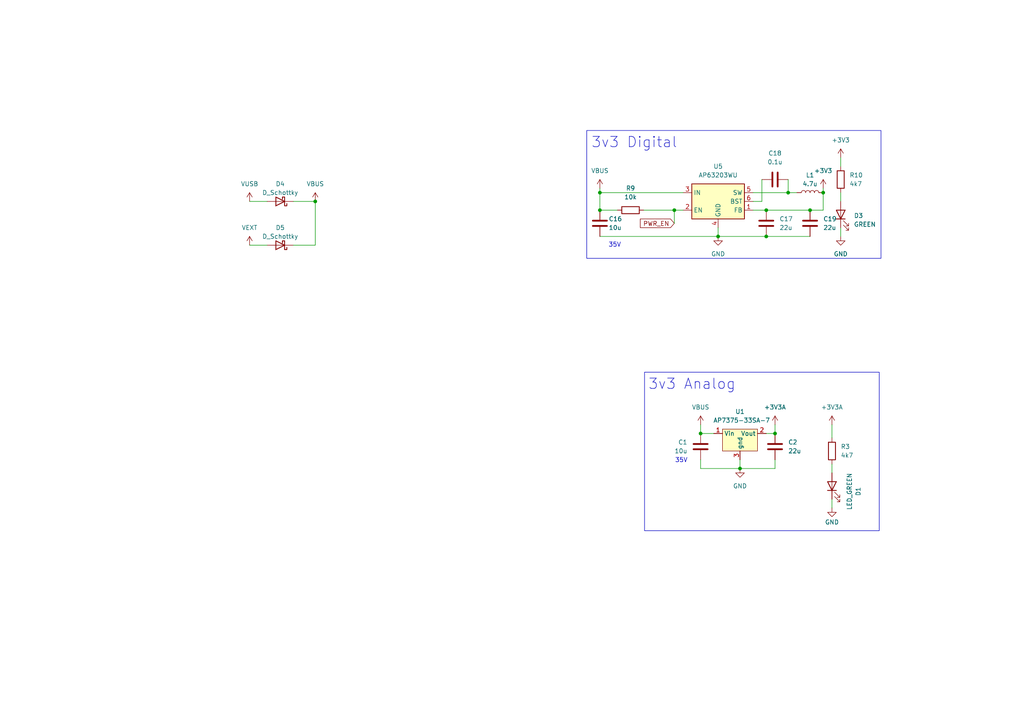
<source format=kicad_sch>
(kicad_sch (version 20231120) (generator "eeschema") (generator_version "8.0")
  (paper "A4")
  (lib_symbols
    (symbol "BreadboardBuddy:AP7375_3.3v_linear_regulator"
      (property "Reference" "U" (at -0.254 3.556 0))
      (property "Value" " AP7375-33SA-7" (at 10.922 3.81 0))
      (symbol "AP7375_3.3v_linear_regulator_1_1"
        (rectangle (start -5.08 1.27) (end 5.08 -5.08) (fill (type background)))
        (pin power_in line (at -7.62 0 0) (length 2.54) (name "Vin") (number "1"))
        (pin power_out line (at 7.62 0 180) (length 2.54) (name "Vout") (number "2"))
        (pin power_in line (at 0 -7.62 90) (length 2.54) (name "gnd") (number "3"))
      )
    )
    (symbol "Device:C" (pin_numbers hide) (pin_names (offset 0.254))
      (property "Reference" "C" (at 0.635 2.54 0))
      (property "Value" "C" (at 0.635 -2.54 0))
      (symbol "C_0_1"
        (polyline (pts (xy -2.032 -0.762) (xy 2.032 -0.762)) (stroke (width 0.508)))
        (polyline (pts (xy -2.032 0.762) (xy 2.032 0.762)) (stroke (width 0.508)))
      )
      (symbol "C_1_1"
        (pin passive line (at 0 3.81 270) (length 2.794) (name "~") (number "1"))
        (pin passive line (at 0 -3.81 90) (length 2.794) (name "~") (number "2"))
      )
    )
    (symbol "Device:D_Schottky" (pin_numbers hide) (pin_names (offset 1.016) hide)
      (property "Reference" "D" (at 0 2.54 0))
      (property "Value" "D_Schottky" (at 0 -2.54 0))
      (symbol "D_Schottky_0_1"
        (polyline (pts (xy 1.27 0) (xy -1.27 0)))
        (polyline (pts (xy 1.27 1.27) (xy 1.27 -1.27) (xy -1.27 0) (xy 1.27 1.27)) (stroke (width 0.254)))
        (polyline (pts (xy -1.905 0.635) (xy -1.905 1.27) (xy -1.27 1.27) (xy -1.27 -1.27) (xy -0.635 -1.27) (xy -0.635 -0.635)) (stroke (width 0.254)))
      )
      (symbol "D_Schottky_1_1"
        (pin passive line (at -3.81 0 0) (length 2.54) (name "K") (number "1"))
        (pin passive line (at 3.81 0 180) (length 2.54) (name "A") (number "2"))
      )
    )
    (symbol "Device:L" (pin_numbers hide) (pin_names (offset 1.016) hide)
      (property "Reference" "L" (at -1.27 0 90))
      (property "Value" "L" (at 1.905 0 90))
      (symbol "L_0_1"
        (arc (start 0 -2.54) (mid 0.6323 -1.905) (end 0 -1.27))
        (arc (start 0 -1.27) (mid 0.6323 -0.635) (end 0 0))
        (arc (start 0 0) (mid 0.6323 0.635) (end 0 1.27))
        (arc (start 0 1.27) (mid 0.6323 1.905) (end 0 2.54))
      )
      (symbol "L_1_1"
        (pin passive line (at 0 3.81 270) (length 1.27) (name "1") (number "1"))
        (pin passive line (at 0 -3.81 90) (length 1.27) (name "2") (number "2"))
      )
    )
    (symbol "Device:LED" (pin_numbers hide) (pin_names (offset 1.016) hide)
      (property "Reference" "D" (at 0 2.54 0))
      (property "Value" "LED" (at 0 -2.54 0))
      (symbol "LED_0_1"
        (polyline (pts (xy -1.27 -1.27) (xy -1.27 1.27)) (stroke (width 0.254)))
        (polyline (pts (xy -1.27 0) (xy 1.27 0)))
        (polyline (pts (xy 1.27 -1.27) (xy 1.27 1.27) (xy -1.27 0) (xy 1.27 -1.27)) (stroke (width 0.254)))
        (polyline (pts (xy -3.048 -0.762) (xy -4.572 -2.286) (xy -3.81 -2.286) (xy -4.572 -2.286) (xy -4.572 -1.524)))
        (polyline (pts (xy -1.778 -0.762) (xy -3.302 -2.286) (xy -2.54 -2.286) (xy -3.302 -2.286) (xy -3.302 -1.524)))
      )
      (symbol "LED_1_1"
        (pin passive line (at -3.81 0 0) (length 2.54) (name "K") (number "1"))
        (pin passive line (at 3.81 0 180) (length 2.54) (name "A") (number "2"))
      )
    )
    (symbol "Device:R" (pin_numbers hide) (pin_names (offset 0))
      (property "Reference" "R" (at 2.032 0 90))
      (property "Value" "R" (at 0 0 90))
      (symbol "R_0_1"
        (rectangle (start -1.016 -2.54) (end 1.016 2.54) (stroke (width 0.254)))
      )
      (symbol "R_1_1"
        (pin passive line (at 0 3.81 270) (length 1.27) (name "~") (number "1"))
        (pin passive line (at 0 -3.81 90) (length 1.27) (name "~") (number "2"))
      )
    )
    (symbol "Regulator_Switching:AP63203WU"
      (property "Reference" "U2" (at 0 10.16 0))
      (property "Value" "AP63203WU" (at 0 7.62 0))
      (symbol "AP63203WU_0_1"
        (rectangle (start -7.62 5.08) (end 7.62 -5.08) (stroke (width 0.254)) (fill (type background)))
      )
      (symbol "AP63203WU_1_1"
        (pin input line (at 10.16 -2.54 180) (length 2.54) (name "FB") (number "1"))
        (pin input line (at -10.16 -2.54 0) (length 2.54) (name "EN") (number "2"))
        (pin power_in line (at -10.16 2.54 0) (length 2.54) (name "IN") (number "3"))
        (pin power_in line (at 0 -7.62 90) (length 2.54) (name "GND") (number "4"))
        (pin power_out line (at 10.16 2.54 180) (length 2.54) (name "SW") (number "5"))
        (pin passive line (at 10.16 0 180) (length 2.54) (name "BST") (number "6"))
      )
    )
    (symbol "power:+3V3" (power) (pin_names (offset 0))
      (property "Value" "+3V3" (at 0 3.556 0))
      (symbol "+3V3_0_1"
        (polyline (pts (xy -0.762 1.27) (xy 0 2.54)))
        (polyline (pts (xy 0 0) (xy 0 2.54)))
        (polyline (pts (xy 0 2.54) (xy 0.762 1.27)))
      )
      (symbol "+3V3_1_1"
        (pin power_in line (at 0 0 90) (length 0) hide (name "+3V3") (number "1"))
      )
    )
    (symbol "power:GND" (power) (pin_names (offset 0))
      (property "Value" "GND" (at 0 -3.81 0))
      (symbol "GND_0_1"
        (polyline (pts (xy 0 0) (xy 0 -1.27) (xy 1.27 -1.27) (xy 0 -2.54) (xy -1.27 -1.27) (xy 0 -1.27)))
      )
      (symbol "GND_1_1"
        (pin power_in line (at 0 0 270) (length 0) hide (name "GND") (number "1"))
      )
    )
    (symbol "power:VBUS" (power) (pin_names (offset 0))
      (property "Value" "VBUS" (at 0 3.81 0))
      (symbol "VBUS_0_1"
        (polyline (pts (xy -0.762 1.27) (xy 0 2.54)))
        (polyline (pts (xy 0 0) (xy 0 2.54)))
        (polyline (pts (xy 0 2.54) (xy 0.762 1.27)))
      )
      (symbol "VBUS_1_1"
        (pin power_in line (at 0 0 90) (length 0) hide (name "VBUS") (number "1"))
      )
    )
  )
  (junction (at 228.6 55.88))
  (junction (at 224.79 125.73))
  (junction (at 195.58 60.96))
  (junction (at 208.28 68.58))
  (junction (at 234.95 60.96))
  (junction (at 214.63 135.89))
  (junction (at 203.2 125.73))
  (junction (at 91.44 58.42))
  (junction (at 173.99 60.96))
  (junction (at 173.99 55.88))
  (junction (at 238.76 55.88))
  (junction (at 222.25 60.96))
  (junction (at 222.25 68.58))
  (wire (pts (xy 243.84 66.04) (xy 243.84 68.58)))
  (wire (pts (xy 173.99 60.96) (xy 179.07 60.96)))
  (wire (pts (xy 218.44 60.96) (xy 222.25 60.96)))
  (wire (pts (xy 72.39 58.42) (xy 77.47 58.42)))
  (wire (pts (xy 228.6 55.88) (xy 231.14 55.88)))
  (wire (pts (xy 91.44 58.42) (xy 91.44 71.12)))
  (wire (pts (xy 222.25 68.58) (xy 234.95 68.58)))
  (wire (pts (xy 195.58 60.96) (xy 195.58 64.77)))
  (wire (pts (xy 173.99 55.88) (xy 198.12 55.88)))
  (wire (pts (xy 218.44 58.42) (xy 220.98 58.42)))
  (wire (pts (xy 224.79 123.19) (xy 224.79 125.73)))
  (wire (pts (xy 203.2 125.73) (xy 207.01 125.73)))
  (wire (pts (xy 243.84 45.72) (xy 243.84 48.26)))
  (wire (pts (xy 224.79 133.35) (xy 224.79 135.89)))
  (wire (pts (xy 214.63 133.35) (xy 214.63 135.89)))
  (wire (pts (xy 224.79 135.89) (xy 214.63 135.89)))
  (wire (pts (xy 173.99 54.61) (xy 173.99 55.88)))
  (wire (pts (xy 228.6 52.07) (xy 228.6 55.88)))
  (wire (pts (xy 85.09 58.42) (xy 91.44 58.42)))
  (wire (pts (xy 85.09 71.12) (xy 91.44 71.12)))
  (wire (pts (xy 208.28 68.58) (xy 222.25 68.58)))
  (wire (pts (xy 220.98 58.42) (xy 220.98 52.07)))
  (wire (pts (xy 195.58 60.96) (xy 198.12 60.96)))
  (wire (pts (xy 214.63 135.89) (xy 203.2 135.89)))
  (wire (pts (xy 241.3 144.78) (xy 241.3 147.32)))
  (wire (pts (xy 208.28 66.04) (xy 208.28 68.58)))
  (wire (pts (xy 173.99 68.58) (xy 208.28 68.58)))
  (wire (pts (xy 203.2 135.89) (xy 203.2 133.35)))
  (wire (pts (xy 241.3 123.19) (xy 241.3 127)))
  (wire (pts (xy 224.79 125.73) (xy 222.25 125.73)))
  (wire (pts (xy 238.76 60.96) (xy 238.76 55.88)))
  (wire (pts (xy 222.25 60.96) (xy 234.95 60.96)))
  (wire (pts (xy 203.2 123.19) (xy 203.2 125.73)))
  (wire (pts (xy 241.3 134.62) (xy 241.3 137.16)))
  (wire (pts (xy 173.99 55.88) (xy 173.99 60.96)))
  (wire (pts (xy 72.39 71.12) (xy 77.47 71.12)))
  (wire (pts (xy 234.95 60.96) (xy 238.76 60.96)))
  (wire (pts (xy 186.69 60.96) (xy 195.58 60.96)))
  (wire (pts (xy 243.84 55.88) (xy 243.84 58.42)))
  (wire (pts (xy 238.76 54.61) (xy 238.76 55.88)))
  (wire (pts (xy 218.44 55.88) (xy 228.6 55.88)))
  (rectangle (start 186.944 107.95) (end 255.016 153.924))
  (rectangle (start 170.18 37.846) (end 255.524 74.93))
  (text "35V" (at 178.308 71.12 0) (effects (font (size 1.27 1.27))))
  (text "3v3 Analog" (at 187.96 113.284 0) (effects (font (size 3 3)) (justify left bottom)))
  (text "35V" (at 197.612 133.604 0) (effects (font (size 1.27 1.27))))
  (text "3v3 Digital" (at 171.45 43.18 0) (effects (font (size 3 3)) (justify left bottom)))
  (global_label "PWR_EN" (shape input) (at 195.58 64.77 180) (property "Intersheetrefs" "${INTERSHEET_REFS}" (effects (hide yes))))
  (symbol (lib_id "Device:D_Schottky") (at 81.28 71.12 180) (unit 1)
    (property "Reference" "D5" (at 81.28 66.04 0))
    (property "Value" "D_Schottky" (at 81.28 68.58 0))
    (property "Footprint" "Diode_SMD:D_1206_3216Metric" (effects (hide yes)))
    (property "Datasheet" "https://datasheets.kyocera-avx.com/schottky.pdf" (effects (hide yes)))
    (property "DPN" "478-7806-1-ND" (effects (hide yes)))
    (property "MPN" "SD1206S040S2R0" (effects (hide yes)))
  )
  (symbol (lib_id "Device:C") (at 224.79 52.07 90) (unit 1)
    (property "Reference" "C18" (at 224.79 44.45 90))
    (property "Value" "0.1u" (at 224.79 46.99 90))
    (property "Footprint" "Capacitor_SMD:C_0603_1608Metric" (effects (hide yes)))
    (property "DPN" "1276-1935-1-ND" (effects (hide yes)))
    (property "MPN" "CL10B104KB8NNWC" (effects (hide yes)))
  )
  (symbol (lib_id "power:VBUS") (at 72.39 71.12 0) (unit 1)
    (property "Reference" "#PWR038" (effects (hide yes)))
    (property "Value" "VEXT" (at 72.39 66.04 0))
    (property "Description" "Power symbol creates a global label with name \"VBUS\"" (effects (hide yes)))
  )
  (symbol (lib_id "power:+3V3") (at 224.79 123.19 0) (unit 1)
    (property "Reference" "#PWR03" (effects (hide yes)))
    (property "Value" "+3V3A" (at 224.79 118.11 0))
  )
  (symbol (lib_id "power:GND") (at 208.28 68.58 0) (unit 1)
    (property "Reference" "#PWR025" (effects (hide yes)))
    (property "Value" "GND" (at 208.28 73.66 0))
  )
  (symbol (lib_id "power:GND") (at 241.3 147.32 0) (unit 1)
    (property "Reference" "#PWR06" (effects (hide yes)))
    (property "Value" "GND" (at 241.3 151.4531 0))
  )
  (symbol (lib_id "power:VBUS") (at 173.99 54.61 0) (unit 1)
    (property "Reference" "#PWR039" (effects (hide yes)))
    (property "Value" "VBUS" (at 173.99 49.53 0))
    (property "Description" "Power symbol creates a global label with name \"VBUS\"" (effects (hide yes)))
  )
  (symbol (lib_id "Device:C") (at 224.79 129.54 0) (unit 1)
    (property "Reference" "C2" (at 228.6 128.27 0) (effects (justify left)))
    (property "Value" "22u" (at 228.6 130.81 0) (effects (justify left)))
    (property "Footprint" "Capacitor_SMD:C_0603_1608Metric" (effects (hide yes)))
    (property "DPN" "CL10A226MP8NUNE" (effects (hide yes)))
    (property "MPN" "1276-1274-1-ND" (effects (hide yes)))
  )
  (symbol (lib_id "Regulator_Switching:AP63203WU") (at 208.28 58.42 0) (unit 1)
    (property "Reference" "U5" (at 208.28 48.26 0))
    (property "Value" "AP63203WU" (at 208.28 50.8 0))
    (property "Footprint" "Package_TO_SOT_SMD:TSOT-23-6" (effects (hide yes)))
    (property "Datasheet" "https://www.diodes.com/assets/Datasheets/AP63200-AP63201-AP63203-AP63205.pdf" (effects (hide yes)))
    (property "DPN" "AP63203WU-7DICT-ND" (effects (hide yes)))
    (property "MPN" "AP63203WU-7" (effects (hide yes)))
  )
  (symbol (lib_id "Device:R") (at 182.88 60.96 90) (unit 1)
    (property "Reference" "R9" (at 182.88 54.61 90))
    (property "Value" "10k" (at 182.88 57.15 90))
    (property "Footprint" "Resistor_SMD:R_0603_1608Metric" (effects (hide yes)))
    (property "DPN" "RMCF0603FT10K0CT-ND" (effects (hide yes)))
    (property "MPN" "RMCF0603FT10K0" (effects (hide yes)))
  )
  (symbol (lib_id "Device:R") (at 241.3 130.81 0) (unit 1)
    (property "Reference" "R3" (at 243.84 129.5399 0) (effects (justify left)))
    (property "Value" "4k7" (at 243.84 132.0799 0) (effects (justify left)))
    (property "Footprint" "Resistor_SMD:R_0603_1608Metric" (effects (hide yes)))
    (property "DPN" "RMCF0603FT470RCT-ND" (effects (hide yes)))
    (property "MPN" "RMCF0603FT470R" (effects (hide yes)))
  )
  (symbol (lib_id "Device:L") (at 234.95 55.88 90) (unit 1)
    (property "Reference" "L1" (at 234.95 50.8 90))
    (property "Value" "4.7u" (at 234.95 53.34 90))
    (property "Footprint" "Inductor_SMD:L_1210_3225Metric" (effects (hide yes)))
    (property "DPN" "118-SRP3212A-4R7MCT-ND" (effects (hide yes)))
    (property "MPN" "IND METAL POWDER 4.7UH 2.2A" (effects (hide yes)))
  )
  (symbol (lib_id "Device:R") (at 243.84 52.07 0) (unit 1)
    (property "Reference" "R10" (at 246.38 50.7999 0) (effects (justify left)))
    (property "Value" "4k7" (at 246.38 53.3399 0) (effects (justify left)))
    (property "Footprint" "Resistor_SMD:R_0603_1608Metric" (effects (hide yes)))
    (property "DPN" "RMCF0603FT5K10CT-ND" (effects (hide yes)))
    (property "MPN" "RMCF0603FT5K10" (effects (hide yes)))
  )
  (symbol (lib_id "BreadboardBuddy:AP7375_3.3v_linear_regulator") (at 214.63 125.73 0) (unit 1)
    (property "Reference" "U1" (at 214.63 119.38 0))
    (property "Value" " AP7375-33SA-7" (at 214.63 121.92 0))
    (property "Footprint" "Package_TO_SOT_SMD:SOT-23" (effects (hide yes)))
    (property "Datasheet" "https://www.diodes.com/assets/Datasheets/AP7375.pdf" (effects (hide yes)))
    (property "Description" "IC REG LIN 3.3V 300MA SOT23-3" (effects (hide yes)))
  )
  (symbol (lib_id "power:GND") (at 243.84 68.58 0) (unit 1)
    (property "Reference" "#PWR028" (effects (hide yes)))
    (property "Value" "GND" (at 243.84 73.66 0))
  )
  (symbol (lib_id "power:+3V3") (at 238.76 54.61 0) (unit 1)
    (property "Reference" "#PWR026" (effects (hide yes)))
    (property "Value" "+3V3" (at 238.76 49.53 0))
  )
  (symbol (lib_id "power:VBUS") (at 91.44 58.42 0) (unit 1)
    (property "Reference" "#PWR036" (effects (hide yes)))
    (property "Value" "VBUS" (at 91.44 53.34 0))
    (property "Description" "Power symbol creates a global label with name \"VBUS\"" (effects (hide yes)))
  )
  (symbol (lib_id "power:VBUS") (at 203.2 123.19 0) (unit 1)
    (property "Reference" "#PWR040" (effects (hide yes)))
    (property "Value" "VBUS" (at 203.2 118.11 0))
    (property "Description" "Power symbol creates a global label with name \"VBUS\"" (effects (hide yes)))
  )
  (symbol (lib_id "power:+3V3") (at 241.3 123.19 0) (unit 1)
    (property "Reference" "#PWR05" (effects (hide yes)))
    (property "Value" "+3V3A" (at 241.3 118.11 0))
  )
  (symbol (lib_id "Device:C") (at 203.2 129.54 0) (mirror y) (unit 1)
    (property "Reference" "C1" (at 199.39 128.27 0) (effects (justify left)))
    (property "Value" "10u" (at 199.39 130.81 0) (effects (justify left)))
    (property "Footprint" "Capacitor_SMD:C_0603_1608Metric" (effects (hide yes)))
    (property "DPN" "GMC10X5R106M10NT" (effects (hide yes)))
    (property "MPN" "4713-GMC10X5R106M10NTCT-ND" (effects (hide yes)))
  )
  (symbol (lib_id "Device:LED") (at 241.3 140.97 90) (unit 1)
    (property "Reference" "D1" (at 248.92 142.5575 0))
    (property "Value" "LED_GREEN" (at 246.38 142.5575 0))
    (property "Footprint" "LED_SMD:LED_0603_1608Metric" (effects (hide yes)))
    (property "DPN" "3147-B1911PG--20D000514U1930CT-ND" (effects (hide yes)))
    (property "MPN" "B1911PG--20D000514U1930" (effects (hide yes)))
  )
  (symbol (lib_id "Device:C") (at 234.95 64.77 0) (unit 1)
    (property "Reference" "C19" (at 238.76 63.5 0) (effects (justify left)))
    (property "Value" "22u" (at 238.76 66.04 0) (effects (justify left)))
    (property "Footprint" "Capacitor_SMD:C_0603_1608Metric" (effects (hide yes)))
    (property "DPN" "1276-1274-1-ND" (effects (hide yes)))
    (property "MPN" "CL10A226MP8NUNE" (effects (hide yes)))
  )
  (symbol (lib_id "Device:LED") (at 243.84 62.23 90) (unit 1)
    (property "Reference" "D3" (at 247.65 62.5474 90) (effects (justify right)))
    (property "Value" "GREEN" (at 247.65 65.0874 90) (effects (justify right)))
    (property "Footprint" "LED_SMD:LED_0603_1608Metric" (effects (hide yes)))
    (property "DPN" "3147-B1911NG--20D000214U1930CT-ND" (effects (hide yes)))
    (property "MPN" "B1911NG--20D000214U1930" (effects (hide yes)))
  )
  (symbol (lib_id "Device:C") (at 222.25 64.77 0) (unit 1)
    (property "Reference" "C17" (at 226.06 63.5 0) (effects (justify left)))
    (property "Value" "22u" (at 226.06 66.04 0) (effects (justify left)))
    (property "Footprint" "Capacitor_SMD:C_0603_1608Metric" (effects (hide yes)))
    (property "DPN" "1276-1274-1-ND" (effects (hide yes)))
    (property "MPN" "CL10A226MP8NUNE" (effects (hide yes)))
  )
  (symbol (lib_id "Device:D_Schottky") (at 81.28 58.42 180) (unit 1)
    (property "Reference" "D4" (at 81.28 53.34 0))
    (property "Value" "D_Schottky" (at 81.28 55.88 0))
    (property "Footprint" "Diode_SMD:D_1206_3216Metric" (effects (hide yes)))
    (property "Datasheet" "https://datasheets.kyocera-avx.com/schottky.pdf" (effects (hide yes)))
    (property "DPN" "478-7806-1-ND" (effects (hide yes)))
    (property "MPN" "SD1206S040S2R0" (effects (hide yes)))
  )
  (symbol (lib_id "power:VBUS") (at 72.39 58.42 0) (unit 1)
    (property "Reference" "#PWR024" (effects (hide yes)))
    (property "Value" "VUSB" (at 72.39 53.34 0))
  )
  (symbol (lib_id "power:+3V3") (at 243.84 45.72 0) (unit 1)
    (property "Reference" "#PWR027" (effects (hide yes)))
    (property "Value" "+3V3" (at 243.84 40.64 0))
  )
  (symbol (lib_id "power:GND") (at 214.63 135.89 0) (unit 1)
    (property "Reference" "#PWR02" (effects (hide yes)))
    (property "Value" "GND" (at 214.63 140.97 0))
  )
  (symbol (lib_id "Device:C") (at 173.99 64.77 0) (unit 1)
    (property "Reference" "C16" (at 176.53 63.5 0) (effects (justify left)))
    (property "Value" "10u" (at 176.53 66.04 0) (effects (justify left)))
    (property "Footprint" "Capacitor_SMD:C_0603_1608Metric" (effects (hide yes)))
    (property "DPN" "490-13248-1-ND" (effects (hide yes)))
    (property "MPN" "GRM188R6YA106MA73D" (effects (hide yes)))
  )
)
</source>
